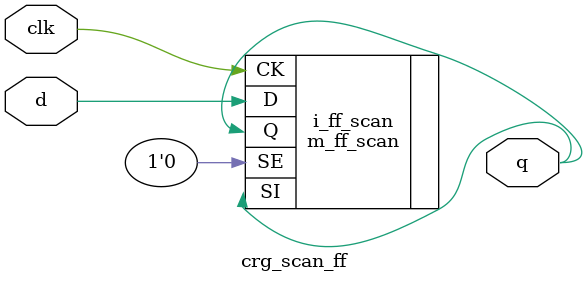
<source format=v>
module crg_scan_ff(clk, d, q);

   input  clk;
   input  d;
   output q;

   m_ff_scan i_ff_scan(.CK(clk), .D(d), .Q(q), .SE(1'b0), .SI(q));

endmodule // crg_scan_ff

</source>
